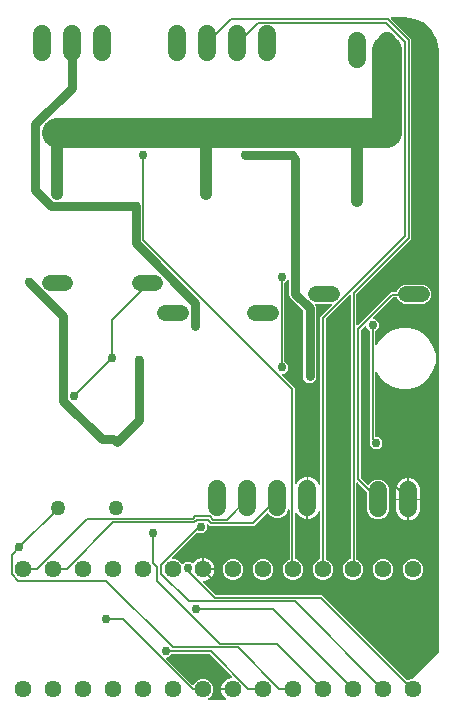
<source format=gbr>
G04 EAGLE Gerber RS-274X export*
G75*
%MOMM*%
%FSLAX34Y34*%
%LPD*%
%INBottom Copper*%
%IPPOS*%
%AMOC8*
5,1,8,0,0,1.08239X$1,22.5*%
G01*
G04 Define Apertures*
%ADD10C,1.320800*%
%ADD11C,1.441000*%
%ADD12C,1.524000*%
%ADD13C,1.257000*%
%ADD14C,0.152400*%
%ADD15C,0.756400*%
%ADD16C,0.762000*%
%ADD17C,2.540000*%
%ADD18C,1.016000*%
G36*
X322721Y-272341D02*
X325015Y-271390D01*
X325194Y-271390D01*
X325491Y-271330D01*
X325733Y-271167D01*
X348645Y-248255D01*
X348812Y-248002D01*
X348868Y-247716D01*
X348868Y-2320D01*
X348866Y-2312D01*
X348868Y5D01*
X348868Y2319D01*
X348870Y2328D01*
X349051Y261082D01*
X349037Y261226D01*
X347410Y269681D01*
X347331Y269901D01*
X343206Y277508D01*
X343065Y277693D01*
X336834Y283699D01*
X336644Y283833D01*
X328891Y287676D01*
X328669Y287747D01*
X320116Y289069D01*
X320000Y289078D01*
X308831Y289078D01*
X308533Y289018D01*
X308283Y288846D01*
X308120Y288591D01*
X308069Y288292D01*
X308139Y287997D01*
X308292Y287777D01*
X325374Y270695D01*
X325374Y101161D01*
X279115Y54902D01*
X278948Y54649D01*
X278892Y54363D01*
X278892Y28695D01*
X278952Y28397D01*
X279124Y28147D01*
X279379Y27984D01*
X279678Y27933D01*
X279973Y28003D01*
X280193Y28156D01*
X308425Y56388D01*
X312592Y56388D01*
X312889Y56448D01*
X313139Y56620D01*
X313296Y56858D01*
X314165Y58958D01*
X316452Y61245D01*
X319439Y62482D01*
X335881Y62482D01*
X338868Y61245D01*
X341155Y58958D01*
X342392Y55971D01*
X342392Y52737D01*
X341155Y49750D01*
X338868Y47463D01*
X335881Y46226D01*
X319439Y46226D01*
X316452Y47463D01*
X314165Y49750D01*
X313504Y51346D01*
X313335Y51597D01*
X313081Y51763D01*
X312800Y51816D01*
X310635Y51816D01*
X310337Y51756D01*
X310096Y51593D01*
X293304Y34801D01*
X293136Y34548D01*
X293081Y34250D01*
X293146Y33954D01*
X293321Y33706D01*
X293579Y33547D01*
X293843Y33500D01*
X294806Y33500D01*
X297914Y30392D01*
X297914Y25996D01*
X295117Y23199D01*
X294950Y22947D01*
X294894Y22661D01*
X294894Y12043D01*
X294954Y11745D01*
X295126Y11495D01*
X295381Y11332D01*
X295680Y11281D01*
X295975Y11351D01*
X296220Y11530D01*
X296316Y11662D01*
X298857Y16063D01*
X303727Y20933D01*
X309693Y24377D01*
X316346Y26160D01*
X323234Y26160D01*
X329887Y24377D01*
X335853Y20933D01*
X340723Y16063D01*
X344167Y10097D01*
X345950Y3444D01*
X345950Y-3444D01*
X344167Y-10097D01*
X340723Y-16063D01*
X335853Y-20933D01*
X329887Y-24377D01*
X323234Y-26160D01*
X316346Y-26160D01*
X309693Y-24377D01*
X303727Y-20933D01*
X298857Y-16063D01*
X296316Y-11662D01*
X296115Y-11434D01*
X295841Y-11304D01*
X295539Y-11290D01*
X295254Y-11395D01*
X295033Y-11603D01*
X294911Y-11881D01*
X294894Y-12043D01*
X294894Y-65560D01*
X294954Y-65857D01*
X295126Y-66107D01*
X295381Y-66271D01*
X295656Y-66322D01*
X297854Y-66322D01*
X300962Y-69430D01*
X300962Y-73826D01*
X297854Y-76934D01*
X293458Y-76934D01*
X290350Y-73826D01*
X290350Y-69871D01*
X290322Y-69733D01*
X290322Y22661D01*
X290262Y22958D01*
X290099Y23199D01*
X287302Y25996D01*
X287302Y26959D01*
X287242Y27257D01*
X287070Y27507D01*
X286815Y27670D01*
X286516Y27721D01*
X286221Y27651D01*
X286001Y27498D01*
X282925Y24422D01*
X282758Y24169D01*
X282702Y23883D01*
X282702Y-100845D01*
X282762Y-101143D01*
X282925Y-101384D01*
X288239Y-106698D01*
X288492Y-106866D01*
X288790Y-106921D01*
X289086Y-106856D01*
X289333Y-106681D01*
X289344Y-106665D01*
X292000Y-104008D01*
X295361Y-102616D01*
X298999Y-102616D01*
X302360Y-104008D01*
X304932Y-106580D01*
X306324Y-109941D01*
X306324Y-128819D01*
X304932Y-132180D01*
X302360Y-134752D01*
X298999Y-136144D01*
X295361Y-136144D01*
X292000Y-134752D01*
X289428Y-132180D01*
X288036Y-128819D01*
X288036Y-113277D01*
X287976Y-112979D01*
X287813Y-112738D01*
X280193Y-105118D01*
X279940Y-104950D01*
X279642Y-104895D01*
X279346Y-104960D01*
X279098Y-105135D01*
X278939Y-105393D01*
X278892Y-105657D01*
X278892Y-169780D01*
X278952Y-170078D01*
X279124Y-170328D01*
X279362Y-170484D01*
X280895Y-171119D01*
X283351Y-173575D01*
X284680Y-176783D01*
X284680Y-180256D01*
X283351Y-183464D01*
X280895Y-185919D01*
X277687Y-187248D01*
X274215Y-187248D01*
X271006Y-185919D01*
X268551Y-183464D01*
X267222Y-180256D01*
X267222Y-176783D01*
X268551Y-173575D01*
X271006Y-171119D01*
X273850Y-169942D01*
X274101Y-169772D01*
X274267Y-169518D01*
X274320Y-169238D01*
X274320Y52839D01*
X274260Y53137D01*
X274088Y53387D01*
X273833Y53550D01*
X273534Y53601D01*
X273239Y53531D01*
X273019Y53378D01*
X253207Y33566D01*
X253040Y33313D01*
X252984Y33027D01*
X252984Y-169570D01*
X253044Y-169867D01*
X253216Y-170117D01*
X253454Y-170274D01*
X255495Y-171119D01*
X257951Y-173575D01*
X259280Y-176783D01*
X259280Y-180256D01*
X257951Y-183464D01*
X255495Y-185919D01*
X252287Y-187248D01*
X248815Y-187248D01*
X245606Y-185919D01*
X243151Y-183464D01*
X241822Y-180256D01*
X241822Y-176783D01*
X243151Y-173575D01*
X245606Y-171119D01*
X247942Y-170152D01*
X248193Y-169982D01*
X248359Y-169728D01*
X248412Y-169448D01*
X248412Y-129798D01*
X248352Y-129501D01*
X248180Y-129251D01*
X247925Y-129087D01*
X247626Y-129037D01*
X247331Y-129106D01*
X247086Y-129286D01*
X246946Y-129507D01*
X246103Y-131541D01*
X243245Y-134399D01*
X239511Y-135946D01*
X238252Y-135946D01*
X238252Y-100386D01*
X239511Y-100386D01*
X243245Y-101933D01*
X246103Y-104791D01*
X246946Y-106825D01*
X247116Y-107077D01*
X247370Y-107242D01*
X247668Y-107296D01*
X247964Y-107228D01*
X248210Y-107051D01*
X248367Y-106791D01*
X248412Y-106534D01*
X248412Y35237D01*
X258100Y44925D01*
X258268Y45178D01*
X258323Y45476D01*
X258258Y45772D01*
X258083Y46020D01*
X257825Y46179D01*
X257561Y46226D01*
X244710Y46226D01*
X244413Y46166D01*
X244162Y45994D01*
X243999Y45739D01*
X243948Y45440D01*
X244006Y45172D01*
X244602Y43733D01*
X244602Y-16379D01*
X244574Y-16520D01*
X244574Y-17438D01*
X243925Y-18087D01*
X243845Y-18206D01*
X242234Y-19817D01*
X242115Y-19897D01*
X241466Y-20546D01*
X240548Y-20546D01*
X240407Y-20574D01*
X238129Y-20574D01*
X237988Y-20546D01*
X237070Y-20546D01*
X236421Y-19897D01*
X236302Y-19817D01*
X234691Y-18206D01*
X234611Y-18087D01*
X233962Y-17438D01*
X233962Y-16520D01*
X233934Y-16379D01*
X233934Y40147D01*
X233874Y40444D01*
X233711Y40686D01*
X222554Y51843D01*
X221742Y53803D01*
X221742Y66095D01*
X221682Y66392D01*
X221510Y66642D01*
X221255Y66805D01*
X220956Y66856D01*
X220661Y66786D01*
X220441Y66633D01*
X218155Y64347D01*
X217988Y64095D01*
X217932Y63809D01*
X217932Y-2087D01*
X217992Y-2384D01*
X218155Y-2625D01*
X220952Y-5422D01*
X220952Y-9818D01*
X217844Y-12926D01*
X216881Y-12926D01*
X216583Y-12986D01*
X216333Y-13158D01*
X216170Y-13413D01*
X216119Y-13712D01*
X216189Y-14007D01*
X216342Y-14227D01*
X227076Y-24961D01*
X227076Y-105307D01*
X227136Y-105605D01*
X227308Y-105855D01*
X227563Y-106018D01*
X227862Y-106069D01*
X228157Y-105999D01*
X228402Y-105820D01*
X228542Y-105599D01*
X228877Y-104791D01*
X231735Y-101933D01*
X235469Y-100386D01*
X236728Y-100386D01*
X236728Y-135946D01*
X235469Y-135946D01*
X231735Y-134399D01*
X228877Y-131541D01*
X228542Y-130733D01*
X228373Y-130481D01*
X228118Y-130316D01*
X227820Y-130263D01*
X227524Y-130330D01*
X227278Y-130508D01*
X227121Y-130767D01*
X227076Y-131025D01*
X227076Y-169359D01*
X227136Y-169657D01*
X227308Y-169907D01*
X227546Y-170063D01*
X230095Y-171119D01*
X232551Y-173575D01*
X233880Y-176783D01*
X233880Y-180256D01*
X232551Y-183464D01*
X230095Y-185919D01*
X226887Y-187248D01*
X223415Y-187248D01*
X220206Y-185919D01*
X217751Y-183464D01*
X216422Y-180256D01*
X216422Y-176783D01*
X217751Y-173575D01*
X220206Y-171119D01*
X222034Y-170362D01*
X222285Y-170193D01*
X222451Y-169939D01*
X222504Y-169658D01*
X222504Y-128370D01*
X222444Y-128072D01*
X222272Y-127822D01*
X222017Y-127659D01*
X221718Y-127608D01*
X221423Y-127678D01*
X221178Y-127857D01*
X221038Y-128078D01*
X219842Y-130966D01*
X217270Y-133538D01*
X213909Y-134930D01*
X210271Y-134930D01*
X206910Y-133538D01*
X204267Y-130894D01*
X204206Y-130804D01*
X203952Y-130639D01*
X203653Y-130585D01*
X203358Y-130653D01*
X203133Y-130808D01*
X192209Y-141732D01*
X155263Y-141732D01*
X153673Y-140142D01*
X153420Y-139974D01*
X153122Y-139919D01*
X152826Y-139984D01*
X152578Y-140159D01*
X152419Y-140417D01*
X152372Y-140681D01*
X152372Y-144692D01*
X149264Y-147800D01*
X144868Y-147800D01*
X144707Y-147639D01*
X144455Y-147472D01*
X144156Y-147416D01*
X143860Y-147481D01*
X143630Y-147639D01*
X122779Y-168490D01*
X122612Y-168742D01*
X122556Y-169041D01*
X122621Y-169337D01*
X122797Y-169584D01*
X123055Y-169743D01*
X123318Y-169790D01*
X125287Y-169790D01*
X128495Y-171119D01*
X130951Y-173575D01*
X131075Y-173875D01*
X131245Y-174126D01*
X131499Y-174292D01*
X131797Y-174345D01*
X132093Y-174278D01*
X132318Y-174122D01*
X134200Y-172240D01*
X138596Y-172240D01*
X139492Y-173136D01*
X139745Y-173304D01*
X140043Y-173359D01*
X140339Y-173294D01*
X140587Y-173119D01*
X140618Y-173071D01*
X143431Y-170258D01*
X147012Y-168774D01*
X148189Y-168774D01*
X148189Y-179281D01*
X158696Y-179281D01*
X158696Y-180458D01*
X157212Y-184040D01*
X154471Y-186781D01*
X150889Y-188264D01*
X149903Y-188264D01*
X149606Y-188325D01*
X149356Y-188496D01*
X149192Y-188752D01*
X149141Y-189051D01*
X149211Y-189346D01*
X149364Y-189565D01*
X159982Y-200183D01*
X160235Y-200350D01*
X160521Y-200406D01*
X250121Y-200406D01*
X321890Y-272175D01*
X322143Y-272343D01*
X322441Y-272398D01*
X322721Y-272341D01*
G37*
%LPC*%
G36*
X312420Y-118618D02*
X312420Y-109739D01*
X313967Y-106005D01*
X316825Y-103147D01*
X320559Y-101600D01*
X321818Y-101600D01*
X321818Y-118618D01*
X312420Y-118618D01*
G37*
G36*
X323342Y-118618D02*
X323342Y-101600D01*
X324601Y-101600D01*
X328335Y-103147D01*
X331193Y-106005D01*
X332740Y-109739D01*
X332740Y-118618D01*
X323342Y-118618D01*
G37*
G36*
X320559Y-137160D02*
X316825Y-135613D01*
X313967Y-132755D01*
X312420Y-129021D01*
X312420Y-120142D01*
X321818Y-120142D01*
X321818Y-137160D01*
X320559Y-137160D01*
G37*
G36*
X323342Y-137160D02*
X323342Y-120142D01*
X332740Y-120142D01*
X332740Y-129021D01*
X331193Y-132755D01*
X328335Y-135613D01*
X324601Y-137160D01*
X323342Y-137160D01*
G37*
G36*
X149713Y-177757D02*
X149713Y-168774D01*
X150889Y-168774D01*
X154471Y-170258D01*
X157212Y-172999D01*
X158696Y-176581D01*
X158696Y-177757D01*
X149713Y-177757D01*
G37*
G36*
X325015Y-187248D02*
X321806Y-185919D01*
X319351Y-183464D01*
X318022Y-180256D01*
X318022Y-176783D01*
X319351Y-173575D01*
X321806Y-171119D01*
X325015Y-169790D01*
X328487Y-169790D01*
X331695Y-171119D01*
X334151Y-173575D01*
X335480Y-176783D01*
X335480Y-180256D01*
X334151Y-183464D01*
X331695Y-185919D01*
X328487Y-187248D01*
X325015Y-187248D01*
G37*
G36*
X198015Y-187248D02*
X194806Y-185919D01*
X192351Y-183464D01*
X191022Y-180256D01*
X191022Y-176783D01*
X192351Y-173575D01*
X194806Y-171119D01*
X198015Y-169790D01*
X201487Y-169790D01*
X204695Y-171119D01*
X207151Y-173575D01*
X208480Y-176783D01*
X208480Y-180256D01*
X207151Y-183464D01*
X204695Y-185919D01*
X201487Y-187248D01*
X198015Y-187248D01*
G37*
G36*
X299615Y-187248D02*
X296406Y-185919D01*
X293951Y-183464D01*
X292622Y-180256D01*
X292622Y-176783D01*
X293951Y-173575D01*
X296406Y-171119D01*
X299615Y-169790D01*
X303087Y-169790D01*
X306295Y-171119D01*
X308751Y-173575D01*
X310080Y-176783D01*
X310080Y-180256D01*
X308751Y-183464D01*
X306295Y-185919D01*
X303087Y-187248D01*
X299615Y-187248D01*
G37*
G36*
X172615Y-187248D02*
X169406Y-185919D01*
X166951Y-183464D01*
X165622Y-180256D01*
X165622Y-176783D01*
X166951Y-173575D01*
X169406Y-171119D01*
X172615Y-169790D01*
X176087Y-169790D01*
X179295Y-171119D01*
X181751Y-173575D01*
X183080Y-176783D01*
X183080Y-180256D01*
X181751Y-183464D01*
X179295Y-185919D01*
X176087Y-187248D01*
X172615Y-187248D01*
G37*
%LPD*%
G36*
X167986Y-289018D02*
X168236Y-288846D01*
X168399Y-288591D01*
X168450Y-288292D01*
X168380Y-287997D01*
X168227Y-287777D01*
X166089Y-285640D01*
X164606Y-282058D01*
X164606Y-280881D01*
X175113Y-280881D01*
X175113Y-279357D01*
X164606Y-279357D01*
X164606Y-278181D01*
X166089Y-274599D01*
X168831Y-271858D01*
X172412Y-270374D01*
X173100Y-270374D01*
X173397Y-270314D01*
X173647Y-270143D01*
X173811Y-269887D01*
X173861Y-269588D01*
X173792Y-269293D01*
X173639Y-269074D01*
X154724Y-250159D01*
X154471Y-249992D01*
X154185Y-249936D01*
X122881Y-249936D01*
X122584Y-249996D01*
X122343Y-250159D01*
X119546Y-252956D01*
X118583Y-252956D01*
X118285Y-253016D01*
X118035Y-253188D01*
X117872Y-253443D01*
X117821Y-253742D01*
X117891Y-254037D01*
X118044Y-254257D01*
X139986Y-276199D01*
X140239Y-276367D01*
X140537Y-276422D01*
X140833Y-276357D01*
X141081Y-276182D01*
X141229Y-275952D01*
X141551Y-275175D01*
X144006Y-272719D01*
X147215Y-271390D01*
X150687Y-271390D01*
X153895Y-272719D01*
X156351Y-275175D01*
X157680Y-278383D01*
X157680Y-281856D01*
X156351Y-285064D01*
X153895Y-287519D01*
X153672Y-287612D01*
X153421Y-287782D01*
X153255Y-288036D01*
X153202Y-288334D01*
X153269Y-288630D01*
X153447Y-288876D01*
X153706Y-289033D01*
X153964Y-289078D01*
X167688Y-289078D01*
X167986Y-289018D01*
G37*
D10*
X244856Y54354D02*
X258064Y54354D01*
X321056Y54354D02*
X334264Y54354D01*
X130434Y38100D02*
X117226Y38100D01*
X193426Y38100D02*
X206634Y38100D01*
X32644Y63886D02*
X19436Y63886D01*
X95636Y63886D02*
X108844Y63886D01*
D11*
X-3449Y-280119D03*
X21951Y-280119D03*
X47351Y-280119D03*
X72751Y-280119D03*
X98151Y-280119D03*
X123551Y-280119D03*
X148951Y-280119D03*
X174351Y-280119D03*
X199751Y-280119D03*
X225151Y-280119D03*
X250551Y-280119D03*
X275951Y-280119D03*
X301351Y-280119D03*
X326751Y-280119D03*
X326751Y-178519D03*
X301351Y-178519D03*
X275951Y-178519D03*
X250551Y-178519D03*
X225151Y-178519D03*
X199751Y-178519D03*
X174351Y-178519D03*
X148951Y-178519D03*
X123551Y-178519D03*
X98151Y-178519D03*
X72751Y-178519D03*
X47351Y-178519D03*
X21951Y-178519D03*
X-3449Y-178519D03*
D12*
X186690Y-125786D02*
X186690Y-110546D01*
X212090Y-110546D02*
X212090Y-125786D01*
X237490Y-125786D02*
X237490Y-110546D01*
X161290Y-110546D02*
X161290Y-125786D01*
X152400Y259080D02*
X152400Y274320D01*
X177800Y274320D02*
X177800Y259080D01*
X203200Y259080D02*
X203200Y274320D01*
X127000Y274320D02*
X127000Y259080D01*
X279400Y253518D02*
X279400Y268758D01*
X304800Y268758D02*
X304800Y253518D01*
X297180Y-111760D02*
X297180Y-127000D01*
X322580Y-127000D02*
X322580Y-111760D01*
X12700Y259080D02*
X12700Y274320D01*
X38100Y274320D02*
X38100Y259080D01*
X63500Y259080D02*
X63500Y274320D01*
D13*
X26400Y-127000D03*
X75200Y-127000D03*
D14*
X187452Y-279654D02*
X199644Y-279654D01*
X187452Y-279654D02*
X155448Y-247650D01*
X117348Y-247650D01*
X199644Y-279654D02*
X199751Y-280119D01*
D15*
X117348Y-247650D03*
D14*
X25908Y-127254D02*
X-6858Y-160020D01*
X25908Y-127254D02*
X26400Y-127000D01*
X213360Y-279654D02*
X224790Y-279654D01*
X213360Y-279654D02*
X178308Y-244602D01*
X123444Y-244602D01*
X67056Y-188214D01*
X-7620Y-188214D01*
X-12954Y-182880D01*
X-12954Y-166116D01*
X-6858Y-160020D01*
X224790Y-279654D02*
X225151Y-280119D01*
D15*
X-6858Y-160020D03*
D14*
X286512Y-83058D02*
X286512Y-23622D01*
X286512Y-83058D02*
X322326Y-118872D01*
X322580Y-119380D01*
X236982Y-118872D02*
X236982Y-180594D01*
X236601Y-180975D02*
X229362Y-188214D01*
X236601Y-180975D02*
X236982Y-180594D01*
X229362Y-188214D02*
X158496Y-188214D01*
X149352Y-179070D01*
X236982Y-118872D02*
X237490Y-118166D01*
X149352Y-179070D02*
X148951Y-178519D01*
X322326Y-144018D02*
X322326Y-119634D01*
X322326Y-144018D02*
X285750Y-180594D01*
X285750Y-182880D01*
X280416Y-188214D01*
X243840Y-188214D01*
X236601Y-180975D01*
X322326Y-119634D02*
X322580Y-119380D01*
D15*
X286512Y-23622D03*
D14*
X81534Y-220980D02*
X67056Y-220980D01*
X81534Y-220980D02*
X140208Y-279654D01*
X148590Y-279654D01*
X148951Y-280119D01*
X71628Y0D02*
X71628Y32766D01*
X102108Y63246D01*
X102240Y63886D01*
X71628Y0D02*
X39624Y-32004D01*
X309372Y54102D02*
X327660Y54102D01*
X309372Y54102D02*
X280416Y25146D01*
X280416Y-102108D01*
X297180Y-118872D01*
X327660Y54102D02*
X327660Y54354D01*
X297180Y-118872D02*
X297180Y-119380D01*
D15*
X67056Y-220980D03*
X71628Y0D03*
X39624Y-32004D03*
D14*
X292608Y-68580D02*
X292608Y28194D01*
X292608Y-68580D02*
X295656Y-71628D01*
D15*
X292608Y28194D03*
X295656Y-71628D03*
D14*
X215646Y-7620D02*
X215646Y69342D01*
D15*
X215646Y69342D03*
X215646Y-7620D03*
D14*
X106680Y-147828D02*
X106680Y-172974D01*
X110490Y-176784D01*
X110490Y-188214D01*
X163830Y-241554D01*
X211836Y-241554D01*
X249936Y-279654D01*
X250551Y-280119D01*
D15*
X106680Y-147828D03*
D14*
X145542Y-142494D02*
X147066Y-142494D01*
X145542Y-142494D02*
X113538Y-174498D01*
X113538Y-182118D01*
X137160Y-205740D01*
X227076Y-205740D01*
X300990Y-279654D01*
X301351Y-280119D01*
D15*
X147066Y-142494D03*
D14*
X143256Y-211836D02*
X208026Y-211836D01*
X275844Y-279654D01*
X275951Y-280119D01*
D15*
X143256Y-211836D03*
D14*
X136398Y-179832D02*
X136398Y-177546D01*
X136398Y-179832D02*
X159258Y-202692D01*
X249174Y-202692D01*
X326136Y-279654D01*
X326751Y-280119D01*
D15*
X136398Y-177546D03*
D14*
X33528Y-178308D02*
X22098Y-178308D01*
X33528Y-178308D02*
X73152Y-138684D01*
X141732Y-138684D01*
X144018Y-136398D01*
X153162Y-136398D01*
X156210Y-139446D01*
X191262Y-139446D01*
X211836Y-118872D01*
X22098Y-178308D02*
X21951Y-178519D01*
X211836Y-118872D02*
X212090Y-118166D01*
X8382Y-178308D02*
X-3048Y-178308D01*
X8382Y-178308D02*
X51054Y-135636D01*
X140208Y-135636D01*
X142494Y-133350D01*
X154686Y-133350D01*
X157734Y-136398D01*
X169164Y-136398D01*
X186690Y-118872D01*
X-3048Y-178308D02*
X-3449Y-178519D01*
X186690Y-118872D02*
X186690Y-118166D01*
X276606Y-178308D02*
X276606Y55626D01*
X323088Y102108D01*
X323088Y269748D01*
X305562Y287274D01*
X172974Y287274D01*
X152400Y266700D01*
X276606Y-178308D02*
X275951Y-178519D01*
X250698Y-178308D02*
X250698Y34290D01*
X320040Y103632D01*
X320040Y268224D01*
X304038Y284226D01*
X195834Y284226D01*
X178308Y266700D01*
X250698Y-178308D02*
X250551Y-178519D01*
X178308Y266700D02*
X177800Y266700D01*
X224790Y-25908D02*
X224790Y-178308D01*
X224790Y-25908D02*
X98298Y100584D01*
X224790Y-178308D02*
X225151Y-178519D01*
D15*
X98298Y172438D03*
D14*
X98298Y100584D01*
D16*
X184404Y172212D02*
X224790Y172212D01*
X239268Y42672D02*
X239268Y-15240D01*
X239268Y42672D02*
X227076Y54864D01*
X227076Y169164D01*
X224790Y172212D01*
D15*
X184404Y172212D03*
X224790Y172212D03*
X239268Y-15240D03*
D16*
X38100Y229362D02*
X38100Y266700D01*
X38100Y229362D02*
X6858Y198120D01*
X6858Y142494D01*
X20574Y128778D01*
X92202Y128778D01*
X142494Y47244D02*
X142494Y27432D01*
X142494Y47244D02*
X92202Y97536D01*
X92202Y128778D01*
D15*
X92202Y128778D03*
X142494Y27432D03*
D16*
X95250Y-1524D02*
X95250Y-51816D01*
X76200Y-70866D01*
X73152Y-68580D02*
X63246Y-68580D01*
X30480Y-35814D01*
X30480Y35814D01*
X1524Y64770D01*
X73152Y-68580D02*
X76200Y-70866D01*
D15*
X95250Y-1524D03*
X76200Y-70866D03*
X1524Y64770D03*
D17*
X304800Y190500D02*
X304800Y261138D01*
X304800Y190500D02*
X279654Y190500D01*
X151638Y190500D01*
X25400Y190500D01*
D18*
X25146Y178308D02*
X25146Y139446D01*
X25146Y178308D02*
X25400Y190500D01*
X151638Y190500D02*
X151638Y139446D01*
X279654Y133350D02*
X279654Y190500D01*
D15*
X25146Y139446D03*
X151638Y139446D03*
X279654Y133350D03*
M02*

</source>
